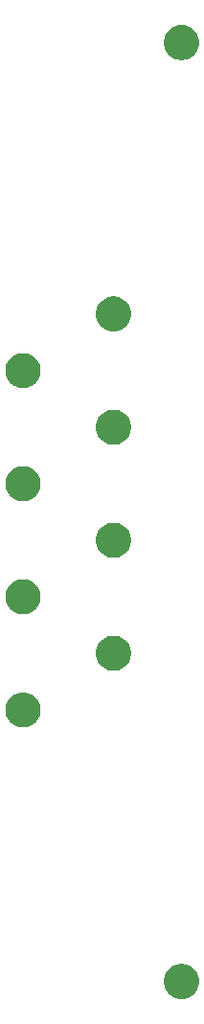
<source format=gbs>
G04 #@! TF.GenerationSoftware,KiCad,Pcbnew,(5.1.6-0-10_14)*
G04 #@! TF.CreationDate,2020-08-04T00:19:05+09:00*
G04 #@! TF.ProjectId,teabiscuits_electrode_interface,74656162-6973-4637-9569-74735f656c65,rev?*
G04 #@! TF.SameCoordinates,Original*
G04 #@! TF.FileFunction,Soldermask,Bot*
G04 #@! TF.FilePolarity,Negative*
%FSLAX46Y46*%
G04 Gerber Fmt 4.6, Leading zero omitted, Abs format (unit mm)*
G04 Created by KiCad (PCBNEW (5.1.6-0-10_14)) date 2020-08-04 00:19:05*
%MOMM*%
%LPD*%
G01*
G04 APERTURE LIST*
%ADD10C,0.100000*%
G04 APERTURE END LIST*
D10*
G36*
X128302585Y-126478802D02*
G01*
X128452410Y-126508604D01*
X128734674Y-126625521D01*
X128988705Y-126795259D01*
X129204741Y-127011295D01*
X129374479Y-127265326D01*
X129491396Y-127547590D01*
X129551000Y-127847240D01*
X129551000Y-128152760D01*
X129491396Y-128452410D01*
X129374479Y-128734674D01*
X129204741Y-128988705D01*
X128988705Y-129204741D01*
X128734674Y-129374479D01*
X128452410Y-129491396D01*
X128302585Y-129521198D01*
X128152761Y-129551000D01*
X127847239Y-129551000D01*
X127697415Y-129521198D01*
X127547590Y-129491396D01*
X127265326Y-129374479D01*
X127011295Y-129204741D01*
X126795259Y-128988705D01*
X126625521Y-128734674D01*
X126508604Y-128452410D01*
X126449000Y-128152760D01*
X126449000Y-127847240D01*
X126508604Y-127547590D01*
X126625521Y-127265326D01*
X126795259Y-127011295D01*
X127011295Y-126795259D01*
X127265326Y-126625521D01*
X127547590Y-126508604D01*
X127697415Y-126478802D01*
X127847239Y-126449000D01*
X128152761Y-126449000D01*
X128302585Y-126478802D01*
G37*
G36*
X114302585Y-102478802D02*
G01*
X114452410Y-102508604D01*
X114734674Y-102625521D01*
X114988705Y-102795259D01*
X115204741Y-103011295D01*
X115374479Y-103265326D01*
X115491396Y-103547590D01*
X115551000Y-103847240D01*
X115551000Y-104152760D01*
X115491396Y-104452410D01*
X115374479Y-104734674D01*
X115204741Y-104988705D01*
X114988705Y-105204741D01*
X114734674Y-105374479D01*
X114452410Y-105491396D01*
X114302585Y-105521198D01*
X114152761Y-105551000D01*
X113847239Y-105551000D01*
X113697415Y-105521198D01*
X113547590Y-105491396D01*
X113265326Y-105374479D01*
X113011295Y-105204741D01*
X112795259Y-104988705D01*
X112625521Y-104734674D01*
X112508604Y-104452410D01*
X112449000Y-104152760D01*
X112449000Y-103847240D01*
X112508604Y-103547590D01*
X112625521Y-103265326D01*
X112795259Y-103011295D01*
X113011295Y-102795259D01*
X113265326Y-102625521D01*
X113547590Y-102508604D01*
X113697415Y-102478802D01*
X113847239Y-102449000D01*
X114152761Y-102449000D01*
X114302585Y-102478802D01*
G37*
G36*
X122302585Y-97478802D02*
G01*
X122452410Y-97508604D01*
X122734674Y-97625521D01*
X122988705Y-97795259D01*
X123204741Y-98011295D01*
X123374479Y-98265326D01*
X123491396Y-98547590D01*
X123551000Y-98847240D01*
X123551000Y-99152760D01*
X123491396Y-99452410D01*
X123374479Y-99734674D01*
X123204741Y-99988705D01*
X122988705Y-100204741D01*
X122734674Y-100374479D01*
X122452410Y-100491396D01*
X122302585Y-100521198D01*
X122152761Y-100551000D01*
X121847239Y-100551000D01*
X121697415Y-100521198D01*
X121547590Y-100491396D01*
X121265326Y-100374479D01*
X121011295Y-100204741D01*
X120795259Y-99988705D01*
X120625521Y-99734674D01*
X120508604Y-99452410D01*
X120449000Y-99152760D01*
X120449000Y-98847240D01*
X120508604Y-98547590D01*
X120625521Y-98265326D01*
X120795259Y-98011295D01*
X121011295Y-97795259D01*
X121265326Y-97625521D01*
X121547590Y-97508604D01*
X121697415Y-97478802D01*
X121847239Y-97449000D01*
X122152761Y-97449000D01*
X122302585Y-97478802D01*
G37*
G36*
X114302585Y-92478802D02*
G01*
X114452410Y-92508604D01*
X114734674Y-92625521D01*
X114988705Y-92795259D01*
X115204741Y-93011295D01*
X115374479Y-93265326D01*
X115491396Y-93547590D01*
X115551000Y-93847240D01*
X115551000Y-94152760D01*
X115491396Y-94452410D01*
X115374479Y-94734674D01*
X115204741Y-94988705D01*
X114988705Y-95204741D01*
X114734674Y-95374479D01*
X114452410Y-95491396D01*
X114302585Y-95521198D01*
X114152761Y-95551000D01*
X113847239Y-95551000D01*
X113697415Y-95521198D01*
X113547590Y-95491396D01*
X113265326Y-95374479D01*
X113011295Y-95204741D01*
X112795259Y-94988705D01*
X112625521Y-94734674D01*
X112508604Y-94452410D01*
X112449000Y-94152760D01*
X112449000Y-93847240D01*
X112508604Y-93547590D01*
X112625521Y-93265326D01*
X112795259Y-93011295D01*
X113011295Y-92795259D01*
X113265326Y-92625521D01*
X113547590Y-92508604D01*
X113697415Y-92478802D01*
X113847239Y-92449000D01*
X114152761Y-92449000D01*
X114302585Y-92478802D01*
G37*
G36*
X122302585Y-87478802D02*
G01*
X122452410Y-87508604D01*
X122734674Y-87625521D01*
X122988705Y-87795259D01*
X123204741Y-88011295D01*
X123374479Y-88265326D01*
X123491396Y-88547590D01*
X123551000Y-88847240D01*
X123551000Y-89152760D01*
X123491396Y-89452410D01*
X123374479Y-89734674D01*
X123204741Y-89988705D01*
X122988705Y-90204741D01*
X122734674Y-90374479D01*
X122452410Y-90491396D01*
X122302585Y-90521198D01*
X122152761Y-90551000D01*
X121847239Y-90551000D01*
X121697415Y-90521198D01*
X121547590Y-90491396D01*
X121265326Y-90374479D01*
X121011295Y-90204741D01*
X120795259Y-89988705D01*
X120625521Y-89734674D01*
X120508604Y-89452410D01*
X120449000Y-89152760D01*
X120449000Y-88847240D01*
X120508604Y-88547590D01*
X120625521Y-88265326D01*
X120795259Y-88011295D01*
X121011295Y-87795259D01*
X121265326Y-87625521D01*
X121547590Y-87508604D01*
X121697415Y-87478802D01*
X121847239Y-87449000D01*
X122152761Y-87449000D01*
X122302585Y-87478802D01*
G37*
G36*
X114302585Y-82478802D02*
G01*
X114452410Y-82508604D01*
X114734674Y-82625521D01*
X114988705Y-82795259D01*
X115204741Y-83011295D01*
X115374479Y-83265326D01*
X115491396Y-83547590D01*
X115551000Y-83847240D01*
X115551000Y-84152760D01*
X115491396Y-84452410D01*
X115374479Y-84734674D01*
X115204741Y-84988705D01*
X114988705Y-85204741D01*
X114734674Y-85374479D01*
X114452410Y-85491396D01*
X114302585Y-85521198D01*
X114152761Y-85551000D01*
X113847239Y-85551000D01*
X113697415Y-85521198D01*
X113547590Y-85491396D01*
X113265326Y-85374479D01*
X113011295Y-85204741D01*
X112795259Y-84988705D01*
X112625521Y-84734674D01*
X112508604Y-84452410D01*
X112449000Y-84152760D01*
X112449000Y-83847240D01*
X112508604Y-83547590D01*
X112625521Y-83265326D01*
X112795259Y-83011295D01*
X113011295Y-82795259D01*
X113265326Y-82625521D01*
X113547590Y-82508604D01*
X113697415Y-82478802D01*
X113847239Y-82449000D01*
X114152761Y-82449000D01*
X114302585Y-82478802D01*
G37*
G36*
X122302585Y-77478802D02*
G01*
X122452410Y-77508604D01*
X122734674Y-77625521D01*
X122988705Y-77795259D01*
X123204741Y-78011295D01*
X123374479Y-78265326D01*
X123491396Y-78547590D01*
X123551000Y-78847240D01*
X123551000Y-79152760D01*
X123491396Y-79452410D01*
X123374479Y-79734674D01*
X123204741Y-79988705D01*
X122988705Y-80204741D01*
X122734674Y-80374479D01*
X122452410Y-80491396D01*
X122302585Y-80521198D01*
X122152761Y-80551000D01*
X121847239Y-80551000D01*
X121697415Y-80521198D01*
X121547590Y-80491396D01*
X121265326Y-80374479D01*
X121011295Y-80204741D01*
X120795259Y-79988705D01*
X120625521Y-79734674D01*
X120508604Y-79452410D01*
X120449000Y-79152760D01*
X120449000Y-78847240D01*
X120508604Y-78547590D01*
X120625521Y-78265326D01*
X120795259Y-78011295D01*
X121011295Y-77795259D01*
X121265326Y-77625521D01*
X121547590Y-77508604D01*
X121697415Y-77478802D01*
X121847239Y-77449000D01*
X122152761Y-77449000D01*
X122302585Y-77478802D01*
G37*
G36*
X114302585Y-72478802D02*
G01*
X114452410Y-72508604D01*
X114734674Y-72625521D01*
X114988705Y-72795259D01*
X115204741Y-73011295D01*
X115374479Y-73265326D01*
X115491396Y-73547590D01*
X115551000Y-73847240D01*
X115551000Y-74152760D01*
X115491396Y-74452410D01*
X115374479Y-74734674D01*
X115204741Y-74988705D01*
X114988705Y-75204741D01*
X114734674Y-75374479D01*
X114452410Y-75491396D01*
X114302585Y-75521198D01*
X114152761Y-75551000D01*
X113847239Y-75551000D01*
X113697415Y-75521198D01*
X113547590Y-75491396D01*
X113265326Y-75374479D01*
X113011295Y-75204741D01*
X112795259Y-74988705D01*
X112625521Y-74734674D01*
X112508604Y-74452410D01*
X112449000Y-74152760D01*
X112449000Y-73847240D01*
X112508604Y-73547590D01*
X112625521Y-73265326D01*
X112795259Y-73011295D01*
X113011295Y-72795259D01*
X113265326Y-72625521D01*
X113547590Y-72508604D01*
X113697415Y-72478802D01*
X113847239Y-72449000D01*
X114152761Y-72449000D01*
X114302585Y-72478802D01*
G37*
G36*
X122302585Y-67478802D02*
G01*
X122452410Y-67508604D01*
X122734674Y-67625521D01*
X122988705Y-67795259D01*
X123204741Y-68011295D01*
X123374479Y-68265326D01*
X123491396Y-68547590D01*
X123551000Y-68847240D01*
X123551000Y-69152760D01*
X123491396Y-69452410D01*
X123374479Y-69734674D01*
X123204741Y-69988705D01*
X122988705Y-70204741D01*
X122734674Y-70374479D01*
X122452410Y-70491396D01*
X122302585Y-70521198D01*
X122152761Y-70551000D01*
X121847239Y-70551000D01*
X121697415Y-70521198D01*
X121547590Y-70491396D01*
X121265326Y-70374479D01*
X121011295Y-70204741D01*
X120795259Y-69988705D01*
X120625521Y-69734674D01*
X120508604Y-69452410D01*
X120449000Y-69152760D01*
X120449000Y-68847240D01*
X120508604Y-68547590D01*
X120625521Y-68265326D01*
X120795259Y-68011295D01*
X121011295Y-67795259D01*
X121265326Y-67625521D01*
X121547590Y-67508604D01*
X121697415Y-67478802D01*
X121847239Y-67449000D01*
X122152761Y-67449000D01*
X122302585Y-67478802D01*
G37*
G36*
X128302585Y-43478802D02*
G01*
X128452410Y-43508604D01*
X128734674Y-43625521D01*
X128988705Y-43795259D01*
X129204741Y-44011295D01*
X129374479Y-44265326D01*
X129491396Y-44547590D01*
X129551000Y-44847240D01*
X129551000Y-45152760D01*
X129491396Y-45452410D01*
X129374479Y-45734674D01*
X129204741Y-45988705D01*
X128988705Y-46204741D01*
X128734674Y-46374479D01*
X128452410Y-46491396D01*
X128302585Y-46521198D01*
X128152761Y-46551000D01*
X127847239Y-46551000D01*
X127697415Y-46521198D01*
X127547590Y-46491396D01*
X127265326Y-46374479D01*
X127011295Y-46204741D01*
X126795259Y-45988705D01*
X126625521Y-45734674D01*
X126508604Y-45452410D01*
X126449000Y-45152760D01*
X126449000Y-44847240D01*
X126508604Y-44547590D01*
X126625521Y-44265326D01*
X126795259Y-44011295D01*
X127011295Y-43795259D01*
X127265326Y-43625521D01*
X127547590Y-43508604D01*
X127697415Y-43478802D01*
X127847239Y-43449000D01*
X128152761Y-43449000D01*
X128302585Y-43478802D01*
G37*
M02*

</source>
